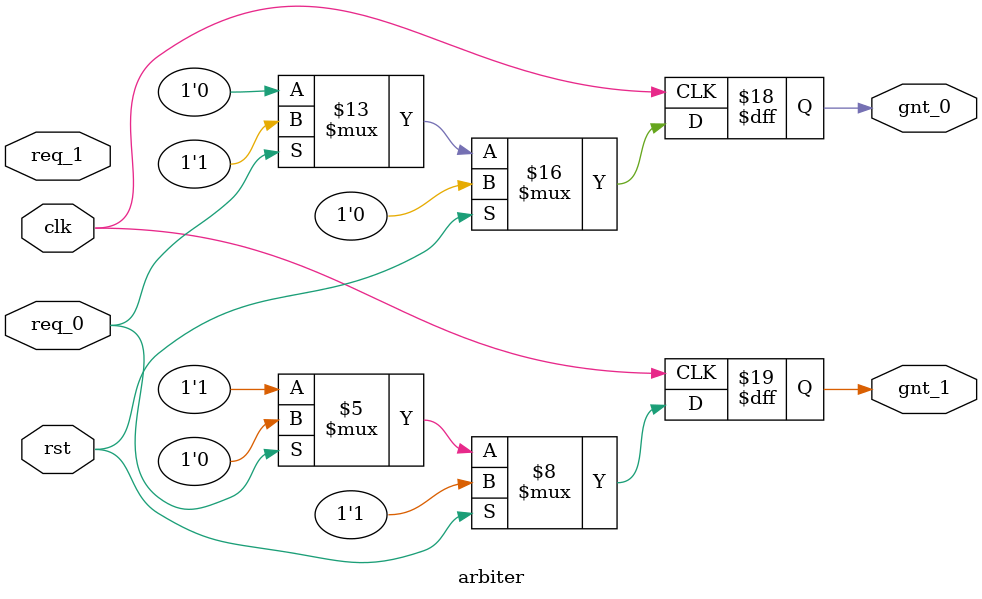
<source format=v>
module arbiter(clk, rst, req_0, req_1, gnt_0, gnt_1);
  input clk;
  input rst;
  input req_0;
  input req_1;
  output gnt_0;
  output gnt_1;
  
  reg gnt_0, gnt_1;
  
  always @ (posedge clk) begin
  
    if (rst) begin
      gnt_0 <= 0;
      gnt_1 <= 1;
    end else if (req_0) begin
      gnt_0 <= 1;
      gnt_1 <= 0;
    end else if (req_1) begin
      gnt_0 <= 0;
      gnt_1 <= 1;
      end else begin
       gnt_0 <= 0;
       gnt_1 <= 1;
    end 
  end

endmodule

  

</source>
